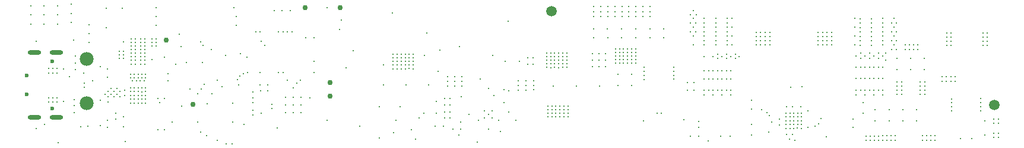
<source format=gbr>
%TF.GenerationSoftware,Altium Limited,Altium Designer,19.0.15 (446)*%
G04 Layer_Color=0*
%FSLAX45Y45*%
%MOMM*%
%TF.FileFunction,Plated,1,6,PTH,Drill*%
%TF.Part,CustomerPanel*%
G01*
G75*
%TA.AperFunction,OtherDrill,Pad Free-7 (69.176mm,66.986mm)*%
%ADD224C,0.76200*%
%TA.AperFunction,OtherDrill,Pad Free-7 (69.176mm,68.935mm)*%
%ADD225C,0.76200*%
%TA.AperFunction,ComponentDrill*%
%ADD226O,1.90000X0.60000*%
%TA.AperFunction,OtherDrill,Pad Free-8 (45.834mm,75.034mm)*%
%ADD227C,0.76200*%
%TA.AperFunction,OtherDrill,Pad Free-7 (49.618mm,65.811mm)*%
%ADD228C,0.76200*%
%TA.AperFunction,ComponentDrill*%
%ADD229C,0.20000*%
%TA.AperFunction,OtherDrill,Pad Free-5 (100.723mm,79.171mm)*%
%ADD230C,1.50000*%
%TA.AperFunction,OtherDrill,Pad Free-5 (163.944mm,65.684mm)*%
%ADD231C,1.50000*%
%TA.AperFunction,ComponentDrill*%
%ADD232C,0.76200*%
%ADD233C,0.20320*%
%TA.AperFunction,ViaDrill,NotFilled*%
%ADD234C,0.20320*%
%ADD235C,0.30480*%
%ADD236C,0.25400*%
%ADD237C,0.60000*%
%ADD238C,1.98000*%
D224*
X6917620Y6698554D02*
D03*
D225*
Y6893520D02*
D03*
D226*
X3018200Y7324098D02*
D03*
X2703200D02*
D03*
X3018200Y6394098D02*
D03*
X2703200D02*
D03*
D227*
X4583360Y7503449D02*
D03*
D228*
X4961820Y6581100D02*
D03*
D229*
X4288600Y6961060D02*
D03*
X4073600D02*
D03*
X4181100D02*
D03*
Y6819560D02*
D03*
Y6597560D02*
D03*
X4288600Y6708560D02*
D03*
X4073600D02*
D03*
X4181100D02*
D03*
D230*
X10072300Y7917140D02*
D03*
D231*
X16394360Y6568400D02*
D03*
D232*
X6559480Y7967940D02*
D03*
X7062384D02*
D03*
D233*
X13420621Y6457121D02*
D03*
X13640620D02*
D03*
X13420621Y6237121D02*
D03*
X13640620D02*
D03*
X13420621Y6347121D02*
D03*
X13530620Y6457121D02*
D03*
Y6237121D02*
D03*
X13638120Y6347121D02*
D03*
D234*
X7075100Y7795220D02*
D03*
X5815620Y6758900D02*
D03*
X6634080Y6673800D02*
D03*
X8481445Y7359832D02*
D03*
X8263381Y7282400D02*
D03*
X7821440Y6170964D02*
D03*
X8757840Y6139536D02*
D03*
X7621200Y6549621D02*
D03*
X9344580Y6192241D02*
D03*
X4552220Y6664920D02*
D03*
X5307260Y6924000D02*
D03*
X5373300Y6835100D02*
D03*
X5922100Y7623856D02*
D03*
X5728900Y7255820D02*
D03*
X6690640Y7035177D02*
D03*
X3283165Y7168946D02*
D03*
X7806120Y7896820D02*
D03*
X9465240Y6774660D02*
D03*
X9400620Y6789620D02*
D03*
X7918380Y6549400D02*
D03*
X10120740Y7316762D02*
D03*
X10178980Y7316437D02*
D03*
X10006440Y7316762D02*
D03*
X10064680Y7316437D02*
D03*
X6878480Y7968357D02*
D03*
X3743120Y7084660D02*
D03*
X5678440Y7023060D02*
D03*
X5629840Y6987500D02*
D03*
X3743120Y6967081D02*
D03*
X3113200Y6623098D02*
D03*
X3282880Y7273700D02*
D03*
Y7080660D02*
D03*
X9175680Y6225074D02*
D03*
X9015880Y6041908D02*
D03*
X9399200Y6603960D02*
D03*
X13173402Y6183958D02*
D03*
X6312100Y7625756D02*
D03*
X6247100D02*
D03*
X4235380Y6707120D02*
D03*
X4204900Y6917000D02*
D03*
X4235380Y6597900D02*
D03*
X4154685Y6916380D02*
D03*
X4235380Y6652510D02*
D03*
X4126160Y6598880D02*
D03*
X4288600Y6763170D02*
D03*
X4073600Y7010360D02*
D03*
X4126160Y6708100D02*
D03*
X4288600Y6599340D02*
D03*
X4488839Y6603519D02*
D03*
X4286180Y7010360D02*
D03*
X4073600Y6763170D02*
D03*
X4126745Y6961380D02*
D03*
X4181100Y6763170D02*
D03*
X4233035Y7010360D02*
D03*
X4073600Y6599340D02*
D03*
X4126160Y6762710D02*
D03*
X4458481Y6664920D02*
D03*
X4096460Y6916380D02*
D03*
X4179890Y7010360D02*
D03*
X4126160Y6653490D02*
D03*
X4181100Y6653950D02*
D03*
X4263762Y6917753D02*
D03*
X4288600Y6653950D02*
D03*
X4126160Y6817320D02*
D03*
X4288600Y6817780D02*
D03*
X4126745Y7010360D02*
D03*
X4073600Y6653950D02*
D03*
X4235380Y6816340D02*
D03*
X4233035Y6961380D02*
D03*
X4073600Y6817780D02*
D03*
X4235380Y6761730D02*
D03*
X6493200Y6924240D02*
D03*
X3400760Y7026080D02*
D03*
X3224460Y7760140D02*
D03*
Y8019220D02*
D03*
Y7888120D02*
D03*
X3478460Y7727221D02*
D03*
Y7596120D02*
D03*
Y7468141D02*
D03*
X5637460Y7310080D02*
D03*
X13328120Y6367121D02*
D03*
X13185136Y6418540D02*
D03*
X13219360Y6327100D02*
D03*
X13831798Y6263287D02*
D03*
X13733121Y6247121D02*
D03*
X13889920Y6299160D02*
D03*
X13919620Y6377280D02*
D03*
X13431261Y6144621D02*
D03*
X13510620D02*
D03*
X12315120Y6057860D02*
D03*
X13550620Y6064058D02*
D03*
X13470621Y6079620D02*
D03*
X13995621Y6114620D02*
D03*
X13328120Y6286521D02*
D03*
X13145700Y6461720D02*
D03*
X11639480Y6454100D02*
D03*
X11586793Y6454580D02*
D03*
X12175620Y6332120D02*
D03*
X5434260Y6017220D02*
D03*
X5518080Y6014620D02*
D03*
X5312340Y6060400D02*
D03*
X4602768Y6916380D02*
D03*
X4603970Y7020520D02*
D03*
X3745160Y6347681D02*
D03*
X3862000Y6369460D02*
D03*
X5032940Y6324560D02*
D03*
X4553700Y6212120D02*
D03*
X4465700D02*
D03*
X5533320Y6598880D02*
D03*
X5617140Y6857880D02*
D03*
X5741600Y7037503D02*
D03*
X5599360Y6934160D02*
D03*
X5922100Y7035756D02*
D03*
X7057320Y7658060D02*
D03*
X6688480Y7538120D02*
D03*
X6569640Y7537860D02*
D03*
X8075860Y6212800D02*
D03*
X6871900Y6352060D02*
D03*
X5154859Y6128979D02*
D03*
X5690800Y6290500D02*
D03*
X10082280Y6556606D02*
D03*
X10024040Y6556930D02*
D03*
X8783600Y6222960D02*
D03*
X4801800Y6553160D02*
D03*
X10178980Y7264652D02*
D03*
X10235040Y7161730D02*
D03*
Y7213516D02*
D03*
X10178980Y7212866D02*
D03*
X10120740Y7213191D02*
D03*
Y7161406D02*
D03*
X10064680Y7109295D02*
D03*
Y7212866D02*
D03*
X11162468Y7325008D02*
D03*
Y7376794D02*
D03*
Y7273223D02*
D03*
X11218528Y7273872D02*
D03*
Y7222086D02*
D03*
X11048168Y7273223D02*
D03*
Y7169652D02*
D03*
X11104228Y7221762D02*
D03*
Y7273547D02*
D03*
X10120740Y7264977D02*
D03*
X10064680Y7264652D02*
D03*
X10235040Y7265301D02*
D03*
X10064680Y7161081D02*
D03*
X10235040Y7109945D02*
D03*
X10120740Y7109620D02*
D03*
X10235040Y7317087D02*
D03*
X10178980Y7161081D02*
D03*
Y7109295D02*
D03*
X11218528Y7170301D02*
D03*
Y7377443D02*
D03*
X11162468Y7221437D02*
D03*
Y7169652D02*
D03*
X11104228Y7169976D02*
D03*
X11048168Y7221437D02*
D03*
X11104228Y7377118D02*
D03*
X11048168Y7376794D02*
D03*
X11218528Y7325657D02*
D03*
X11104228Y7325333D02*
D03*
X11048168Y7325008D02*
D03*
X10138340Y6556930D02*
D03*
X10310880D02*
D03*
X12490072Y6127120D02*
D03*
X12933121Y6294080D02*
D03*
X12625072Y6127120D02*
D03*
X12056313Y6126440D02*
D03*
X15906860Y6092121D02*
D03*
X16066859Y6092120D02*
D03*
X5815260Y6424779D02*
D03*
Y6675080D02*
D03*
X5815620Y6603820D02*
D03*
Y6493820D02*
D03*
X6092120Y6517600D02*
D03*
Y6581100D02*
D03*
X3412420Y6886082D02*
D03*
X3270588Y6460001D02*
D03*
X9230476Y6382980D02*
D03*
X5235664Y6733800D02*
D03*
X5027860D02*
D03*
X10293280Y7264977D02*
D03*
Y7109620D02*
D03*
Y7316762D02*
D03*
Y7213191D02*
D03*
Y7161406D02*
D03*
X10006440Y7109620D02*
D03*
Y7213191D02*
D03*
Y7264977D02*
D03*
Y7161406D02*
D03*
X8416220Y6271220D02*
D03*
X8668600Y6222960D02*
D03*
X8533060Y6271220D02*
D03*
X10196580Y6401249D02*
D03*
X10082280D02*
D03*
Y6453035D02*
D03*
X10024040Y6401574D02*
D03*
X10310880D02*
D03*
X10138340D02*
D03*
X9319620Y6354621D02*
D03*
X10252640Y6401898D02*
D03*
X9031620Y6354621D02*
D03*
X9570869Y6352060D02*
D03*
X8896120Y6436020D02*
D03*
X3040310Y6029758D02*
D03*
X4720520Y7154258D02*
D03*
X3723781Y7679477D02*
D03*
X10196580Y6504820D02*
D03*
X10252640Y6505469D02*
D03*
Y6557255D02*
D03*
Y6453684D02*
D03*
X10310880Y6505145D02*
D03*
Y6453359D02*
D03*
X10138340Y6505145D02*
D03*
X10196580Y6556606D02*
D03*
X10138340Y6453359D02*
D03*
X10196580Y6453035D02*
D03*
X10024040Y6505145D02*
D03*
Y6453359D02*
D03*
X10082280Y6504820D02*
D03*
X3968680Y6256881D02*
D03*
X5071040Y6184860D02*
D03*
X9175621Y6804777D02*
D03*
X14378101Y6246080D02*
D03*
X10989928Y7221762D02*
D03*
Y7377118D02*
D03*
Y7325333D02*
D03*
Y7273547D02*
D03*
Y7169976D02*
D03*
X11276768Y7221762D02*
D03*
Y7273547D02*
D03*
Y7377118D02*
D03*
Y7169976D02*
D03*
Y7325333D02*
D03*
X5124380Y6870660D02*
D03*
X5987980Y7424380D02*
D03*
X5530780Y6329640D02*
D03*
X4668800Y6324560D02*
D03*
X7341800Y6268301D02*
D03*
X7857120Y6349960D02*
D03*
X7142886Y7109094D02*
D03*
X7247026Y7348861D02*
D03*
X5073580Y7480841D02*
D03*
X5106600Y7426920D02*
D03*
X5225980Y7371040D02*
D03*
X3033660Y7863800D02*
D03*
X2840920Y7994900D02*
D03*
Y7735820D02*
D03*
X2647580D02*
D03*
Y7994900D02*
D03*
Y7863800D02*
D03*
X3270180Y6561060D02*
D03*
X4436040Y7522871D02*
D03*
Y7471086D02*
D03*
X4377800Y7471411D02*
D03*
Y7419625D02*
D03*
X4436040Y7419300D02*
D03*
X4377800Y7523196D02*
D03*
X3270180Y6649060D02*
D03*
X3033660Y7735820D02*
D03*
Y7994900D02*
D03*
X2840920Y7863800D02*
D03*
X8780360Y6322800D02*
D03*
X9175620Y6434621D02*
D03*
X9122340Y6382980D02*
D03*
X9230476Y6489660D02*
D03*
X9121517D02*
D03*
X6347599Y7929352D02*
D03*
X6233299D02*
D03*
X6118999D02*
D03*
X5578120Y7839620D02*
D03*
X5547120Y7967120D02*
D03*
X4763120Y7586620D02*
D03*
X4440620Y7714620D02*
D03*
Y7839620D02*
D03*
Y7967620D02*
D03*
X3465760Y6268680D02*
D03*
X2846000Y6289061D02*
D03*
X7989500Y7195719D02*
D03*
X8045560Y7092797D02*
D03*
Y7196368D02*
D03*
Y7248154D02*
D03*
X8103800Y7247829D02*
D03*
Y7092472D02*
D03*
Y7299615D02*
D03*
X8045560Y7299939D02*
D03*
Y7144583D02*
D03*
X8103800Y7196044D02*
D03*
Y7144258D02*
D03*
X7931260Y7092472D02*
D03*
Y7196044D02*
D03*
Y7247829D02*
D03*
X7989500Y7247504D02*
D03*
Y7092148D02*
D03*
Y7299290D02*
D03*
X7931260Y7299615D02*
D03*
Y7144258D02*
D03*
X7989500Y7143933D02*
D03*
X7816960Y7092472D02*
D03*
Y7196044D02*
D03*
Y7247829D02*
D03*
X7875200Y7247504D02*
D03*
Y7092148D02*
D03*
Y7299290D02*
D03*
X7816960Y7299615D02*
D03*
Y7144258D02*
D03*
X7875200Y7195719D02*
D03*
Y7143933D02*
D03*
X3910440Y7340885D02*
D03*
X3968680Y7236989D02*
D03*
X3910440Y7237314D02*
D03*
Y7289099D02*
D03*
X3968680Y7288775D02*
D03*
Y7340560D02*
D03*
X3640320Y7124660D02*
D03*
X5934640Y7483306D02*
D03*
X4278380Y7366438D02*
D03*
Y7418223D02*
D03*
X4220140Y7366763D02*
D03*
X4138860D02*
D03*
Y7418548D02*
D03*
X4080620Y7367087D02*
D03*
X4220140Y7522119D02*
D03*
X4278380Y7521794D02*
D03*
Y7470009D02*
D03*
X4220140Y7470334D02*
D03*
X4080620Y7522444D02*
D03*
X4138860Y7522119D02*
D03*
X6377100Y7625756D02*
D03*
X4220140Y7159620D02*
D03*
Y7211406D02*
D03*
Y7263191D02*
D03*
Y7314977D02*
D03*
Y7418548D02*
D03*
X4278380Y7314652D02*
D03*
Y7262867D02*
D03*
Y7211081D02*
D03*
Y7159296D02*
D03*
X4138860Y7159620D02*
D03*
Y7211406D02*
D03*
Y7263191D02*
D03*
Y7314977D02*
D03*
Y7470334D02*
D03*
X4080620Y7470658D02*
D03*
Y7418873D02*
D03*
Y7315302D02*
D03*
Y7263516D02*
D03*
Y7211731D02*
D03*
Y7159945D02*
D03*
X5923341Y6774313D02*
D03*
X3640320Y6273421D02*
D03*
X9250620Y6709620D02*
D03*
X9465940Y6468680D02*
D03*
X8792900Y6687445D02*
D03*
X6160900Y6241147D02*
D03*
X5937504Y6450959D02*
D03*
X12933121Y6137425D02*
D03*
X12171729Y6127120D02*
D03*
X14378119Y6368441D02*
D03*
X12173120Y6247120D02*
D03*
X6025504Y6774660D02*
D03*
X6394080Y6813800D02*
D03*
X6444080Y6888760D02*
D03*
X6247100Y7035756D02*
D03*
X6183260Y7035177D02*
D03*
X6310260Y6929400D02*
D03*
X6688464Y7198723D02*
D03*
X13530620Y6347121D02*
D03*
X6182100Y7625756D02*
D03*
X5857100Y7623856D02*
D03*
X6284080Y6683800D02*
D03*
X6394080D02*
D03*
X6504080D02*
D03*
X6284080Y6573800D02*
D03*
X6394080D02*
D03*
X6504080D02*
D03*
X6284080Y6463800D02*
D03*
X6394080D02*
D03*
X6504080D02*
D03*
D235*
X8134340Y6078180D02*
D03*
X11966120Y6362660D02*
D03*
X9461143Y7775300D02*
D03*
X8300200Y7601479D02*
D03*
X9058120Y6944880D02*
D03*
X8760620Y7411680D02*
D03*
X8456860Y7051000D02*
D03*
X10676820Y7665680D02*
D03*
X10874940D02*
D03*
X11075600D02*
D03*
X11278800D02*
D03*
X11479460D02*
D03*
X11677580D02*
D03*
X11382413Y7839620D02*
D03*
X11483378D02*
D03*
X11180483D02*
D03*
X11281448D02*
D03*
X10978553D02*
D03*
X11079518D02*
D03*
X10776623D02*
D03*
X10877588D02*
D03*
X10675658D02*
D03*
X16228740Y7426301D02*
D03*
Y7486300D02*
D03*
X16293739Y7546300D02*
D03*
Y7486300D02*
D03*
X16228740Y7546300D02*
D03*
X16293739Y7426301D02*
D03*
X16228740Y7606300D02*
D03*
X16293739D02*
D03*
X15776100Y7604720D02*
D03*
X15711099D02*
D03*
X15776100Y7424721D02*
D03*
X15711099Y7544720D02*
D03*
X15710139Y6912308D02*
D03*
X15770140D02*
D03*
X15710139Y6977308D02*
D03*
X15650140D02*
D03*
X15776100Y7484721D02*
D03*
Y7544720D02*
D03*
X15711099Y7484721D02*
D03*
Y7424721D02*
D03*
X15650140Y6912308D02*
D03*
X15770140Y6977308D02*
D03*
X15830141Y6912308D02*
D03*
Y6977308D02*
D03*
X15178120Y7367120D02*
D03*
Y7432121D02*
D03*
X15118120D02*
D03*
X15238120Y7367120D02*
D03*
X15118120D02*
D03*
X15298120D02*
D03*
X15238120Y7432121D02*
D03*
X15298120D02*
D03*
X3258980Y7503449D02*
D03*
X2728020Y7483425D02*
D03*
X3113200Y7084938D02*
D03*
X3745320Y6248360D02*
D03*
X3862000Y6457460D02*
D03*
X3361620Y6254341D02*
D03*
X5079776Y6802080D02*
D03*
X4921180D02*
D03*
X8191363Y6385130D02*
D03*
X7621440Y6095964D02*
D03*
X14840327Y7216746D02*
D03*
X5429180Y7284680D02*
D03*
X4789100Y7413300D02*
D03*
X14890771Y6343200D02*
D03*
X14693272D02*
D03*
X14890771Y6503200D02*
D03*
X14693272D02*
D03*
X10753260Y7305019D02*
D03*
X10656500Y7213022D02*
D03*
X10849540D02*
D03*
X10753260D02*
D03*
X10656662Y7122120D02*
D03*
X10656799Y7304232D02*
D03*
X10753172Y7122120D02*
D03*
X10849540Y7304232D02*
D03*
Y7122120D02*
D03*
X11025726Y7013180D02*
D03*
Y6853180D02*
D03*
X10765420Y6841400D02*
D03*
X10105320Y6843722D02*
D03*
X10433509Y6843718D02*
D03*
X11385480Y6345561D02*
D03*
X15283272Y6504416D02*
D03*
Y6344416D02*
D03*
X15088272Y6504416D02*
D03*
Y6344416D02*
D03*
X14516785Y6605241D02*
D03*
X14516801Y6449233D02*
D03*
X14839346Y7314652D02*
D03*
X12747620Y7269120D02*
D03*
X12098620Y7924620D02*
D03*
X12104540Y6891642D02*
D03*
X12016540D02*
D03*
X12105120Y6782742D02*
D03*
X12017120D02*
D03*
X14476480Y7746960D02*
D03*
Y7492960D02*
D03*
X14476660Y7619960D02*
D03*
X14476480Y7810840D02*
D03*
Y7683840D02*
D03*
Y7556840D02*
D03*
Y7429840D02*
D03*
X14404120Y7812484D02*
D03*
Y7685484D02*
D03*
Y7558484D02*
D03*
Y7431484D02*
D03*
X12584540Y7496856D02*
D03*
Y7750856D02*
D03*
X12584360Y7623856D02*
D03*
X12584540Y7432976D02*
D03*
Y7559976D02*
D03*
Y7686976D02*
D03*
Y7813976D02*
D03*
X12318120Y6784880D02*
D03*
X12572120D02*
D03*
X12445120Y6785060D02*
D03*
X12254240Y6784880D02*
D03*
X12381240D02*
D03*
X12508240D02*
D03*
X12635240D02*
D03*
X14486819Y6784120D02*
D03*
X14740820D02*
D03*
X14613820Y6784300D02*
D03*
X14422940Y6784120D02*
D03*
X14549940D02*
D03*
X14676939D02*
D03*
X14803940D02*
D03*
X14804120Y6715484D02*
D03*
X14677119D02*
D03*
X14550121D02*
D03*
X14423120D02*
D03*
X12635620Y6714620D02*
D03*
X12508620D02*
D03*
X12381620D02*
D03*
X12254620D02*
D03*
X12318119Y7060980D02*
D03*
X12572119D02*
D03*
X12445119Y7061160D02*
D03*
X12254239Y7060980D02*
D03*
X12381239D02*
D03*
X12508239D02*
D03*
X12635239D02*
D03*
X14486121Y7116860D02*
D03*
X14740120D02*
D03*
X14613120Y7117040D02*
D03*
X14422240Y7116860D02*
D03*
X14549240D02*
D03*
X14676241D02*
D03*
X14803239D02*
D03*
X14486620Y6948804D02*
D03*
X14740620D02*
D03*
X14613620Y6948984D02*
D03*
X14422740Y6948804D02*
D03*
X14549741D02*
D03*
X14676740D02*
D03*
X14803740D02*
D03*
X12572120Y6948301D02*
D03*
X12318120D02*
D03*
X12445120Y6948120D02*
D03*
X12636000Y6948301D02*
D03*
X12509000D02*
D03*
X12382000D02*
D03*
X12255000D02*
D03*
X14804500Y7495984D02*
D03*
Y7749984D02*
D03*
X14804320Y7622984D02*
D03*
X14804500Y7432104D02*
D03*
Y7559104D02*
D03*
Y7686104D02*
D03*
Y7813104D02*
D03*
X14637801Y7494984D02*
D03*
Y7748984D02*
D03*
X14637621Y7621984D02*
D03*
X14637801Y7431104D02*
D03*
Y7558104D02*
D03*
Y7685104D02*
D03*
Y7812104D02*
D03*
X12419800Y7495120D02*
D03*
Y7749120D02*
D03*
X12419620Y7622120D02*
D03*
X12419800Y7431240D02*
D03*
Y7558240D02*
D03*
Y7685240D02*
D03*
Y7812240D02*
D03*
X12249260Y7495500D02*
D03*
Y7749500D02*
D03*
X12249080Y7622500D02*
D03*
X12249260Y7431620D02*
D03*
Y7558620D02*
D03*
Y7685620D02*
D03*
Y7812620D02*
D03*
X12653120D02*
D03*
Y7685620D02*
D03*
Y7558620D02*
D03*
Y7431620D02*
D03*
X14740480Y6127120D02*
D03*
X14802119Y6127425D02*
D03*
X14862120D02*
D03*
X14922121D02*
D03*
X14982120D02*
D03*
X15366000Y6128409D02*
D03*
X15425999D02*
D03*
X15486000D02*
D03*
X15546001D02*
D03*
X14740480Y6062120D02*
D03*
X14680479Y6127120D02*
D03*
X14802119Y6062425D02*
D03*
X14862120D02*
D03*
X14922121D02*
D03*
X14982120D02*
D03*
X15366000Y6063409D02*
D03*
X15425999D02*
D03*
X15486000D02*
D03*
X15546001D02*
D03*
X15779680Y6544647D02*
D03*
Y6487120D02*
D03*
Y6602174D02*
D03*
Y6659700D02*
D03*
X3025771Y6614120D02*
D03*
Y6670401D02*
D03*
X7680620Y7150038D02*
D03*
X16196240Y6547147D02*
D03*
Y6489621D02*
D03*
Y6604674D02*
D03*
Y6662201D02*
D03*
X11822360Y6999307D02*
D03*
Y6941780D02*
D03*
Y7056834D02*
D03*
Y7114360D02*
D03*
X11400720Y7111960D02*
D03*
X16259271Y6138256D02*
D03*
Y6340756D02*
D03*
X15390620Y7077120D02*
D03*
X15198120Y7077984D02*
D03*
X15005620Y7077120D02*
D03*
X16387621Y6109620D02*
D03*
Y6169620D02*
D03*
X16452620Y6109620D02*
D03*
Y6169620D02*
D03*
X16386740Y6311901D02*
D03*
Y6371900D02*
D03*
X16451740Y6311901D02*
D03*
Y6371900D02*
D03*
X14958121Y7686484D02*
D03*
Y7559484D02*
D03*
Y7432484D02*
D03*
X15390620Y7237120D02*
D03*
X15198120Y7237984D02*
D03*
X15005620Y7237120D02*
D03*
X14804120Y7270484D02*
D03*
X14677119D02*
D03*
X14550121D02*
D03*
X10678650Y7540867D02*
D03*
X11678134Y7536841D02*
D03*
X11483378Y7913280D02*
D03*
X11382413D02*
D03*
X11281448D02*
D03*
X11180483D02*
D03*
X11079518D02*
D03*
X10978553D02*
D03*
X10877588D02*
D03*
X10776623D02*
D03*
X10675658D02*
D03*
X11483378Y7987056D02*
D03*
X11382413D02*
D03*
X11281448D02*
D03*
X11180483D02*
D03*
X11079518D02*
D03*
X10978553D02*
D03*
X10877588D02*
D03*
X10776623D02*
D03*
X10675658D02*
D03*
X11479905Y7537984D02*
D03*
X11278834D02*
D03*
X11077763D02*
D03*
X11217840Y7012120D02*
D03*
X10876692Y7537984D02*
D03*
X11400720Y7054434D02*
D03*
Y6939380D02*
D03*
Y6996907D02*
D03*
X5167560Y6591260D02*
D03*
X4870380Y7182746D02*
D03*
X5095698Y7183080D02*
D03*
X4374620Y7220120D02*
D03*
X8430822Y6452440D02*
D03*
Y6619620D02*
D03*
X8325620Y6858038D02*
D03*
X8003120D02*
D03*
X7680620D02*
D03*
X9818300Y6789620D02*
D03*
Y6853036D02*
D03*
Y6918920D02*
D03*
X9602400Y6786840D02*
D03*
X9601130Y6918920D02*
D03*
X9602400Y6853036D02*
D03*
X9710620Y6786840D02*
D03*
X9710621Y6918920D02*
D03*
X9710620Y6853036D02*
D03*
X8590822Y6978120D02*
D03*
X8801400Y6977660D02*
D03*
Y6845060D02*
D03*
X8590822Y6845580D02*
D03*
X8695400D02*
D03*
Y6977660D02*
D03*
X8801400Y6913036D02*
D03*
X8590822D02*
D03*
X8695401Y6912120D02*
D03*
X11217840Y6852120D02*
D03*
X12134780Y7620530D02*
D03*
X12053500D02*
D03*
X12134780Y7749500D02*
D03*
X12139860Y7870435D02*
D03*
X12698120Y7243116D02*
D03*
Y7299290D02*
D03*
X12570620Y7241500D02*
D03*
Y7299290D02*
D03*
X13945140Y7617080D02*
D03*
Y7497080D02*
D03*
Y7437080D02*
D03*
Y7557080D02*
D03*
X13880141D02*
D03*
Y7497080D02*
D03*
Y7617080D02*
D03*
Y7437080D02*
D03*
X13187840Y7617080D02*
D03*
Y7497080D02*
D03*
Y7437080D02*
D03*
Y7557080D02*
D03*
X13122839D02*
D03*
Y7497080D02*
D03*
Y7617080D02*
D03*
Y7437080D02*
D03*
X9235620Y7284620D02*
D03*
X3955831Y7958080D02*
D03*
X3723781Y7959477D02*
D03*
X2905818Y6614120D02*
D03*
Y6671563D02*
D03*
X2966365D02*
D03*
Y6614120D02*
D03*
X6025504Y6862660D02*
D03*
X5918776D02*
D03*
X5578120Y7714120D02*
D03*
X4556120Y7256740D02*
D03*
X3997120Y6047120D02*
D03*
X2728020Y6230980D02*
D03*
X8629580Y6388060D02*
D03*
X8553380D02*
D03*
X8629580Y6474420D02*
D03*
X8553380D02*
D03*
X8629580Y6576020D02*
D03*
X8553380D02*
D03*
X8629580Y6662380D02*
D03*
X8553380D02*
D03*
X9739560Y7245656D02*
D03*
X9815760D02*
D03*
X9739560Y7159296D02*
D03*
X9815760D02*
D03*
X8256200Y6451560D02*
D03*
X9411787Y7196983D02*
D03*
X3025771Y7094180D02*
D03*
X2966365D02*
D03*
Y7027161D02*
D03*
X2906960D02*
D03*
Y7094180D02*
D03*
X3025771Y7027161D02*
D03*
X15401221Y6901140D02*
D03*
X15336220D02*
D03*
X15071021D02*
D03*
X15006020D02*
D03*
Y6721141D02*
D03*
X15071021D02*
D03*
X15336220D02*
D03*
X15401221D02*
D03*
X14998039Y7494620D02*
D03*
Y7371920D02*
D03*
X14925620Y7494620D02*
D03*
Y7371920D02*
D03*
X14998039Y7622120D02*
D03*
X14925620D02*
D03*
X14998039Y7747120D02*
D03*
X14925620Y7749620D02*
D03*
X14740581Y7242220D02*
D03*
Y7316344D02*
D03*
X14613120Y7242220D02*
D03*
Y7314620D02*
D03*
X14486819Y7242220D02*
D03*
X14488080Y7314620D02*
D03*
X12508620Y7269620D02*
D03*
X12381620D02*
D03*
X12445120Y7299939D02*
D03*
X12635620Y7269620D02*
D03*
X12445120Y7242220D02*
D03*
X12098120Y7685620D02*
D03*
Y7812620D02*
D03*
X14005260Y7437080D02*
D03*
Y7617080D02*
D03*
Y7497080D02*
D03*
Y7557080D02*
D03*
X14070261D02*
D03*
Y7437080D02*
D03*
Y7497080D02*
D03*
Y7617080D02*
D03*
X12993300Y7437080D02*
D03*
Y7617080D02*
D03*
Y7497080D02*
D03*
Y7557080D02*
D03*
X13058299D02*
D03*
Y7437080D02*
D03*
Y7497080D02*
D03*
Y7617080D02*
D03*
X14560480Y6062120D02*
D03*
X14680479D02*
D03*
X14620480D02*
D03*
Y6127120D02*
D03*
X14560480D02*
D03*
X15336220Y6781141D02*
D03*
Y6841140D02*
D03*
X15401221D02*
D03*
Y6781141D02*
D03*
X15006020D02*
D03*
Y6841140D02*
D03*
X15071021D02*
D03*
Y6781141D02*
D03*
X12098120Y7558620D02*
D03*
X12056040Y7870435D02*
D03*
X12053500Y7749500D02*
D03*
X9615620Y7202120D02*
D03*
D236*
X14959120Y7812484D02*
D03*
X3203715Y6982420D02*
D03*
X3412420Y6822400D02*
D03*
X3991100Y6705060D02*
D03*
Y6785060D02*
D03*
X13510620Y6549621D02*
D03*
X13430620D02*
D03*
X12933121Y6510780D02*
D03*
X13585120Y6238200D02*
D03*
X14423120Y7270484D02*
D03*
X3754968Y6615293D02*
D03*
Y6687780D02*
D03*
X3972300Y7477921D02*
D03*
X3796277Y6807160D02*
D03*
X3877368Y6720800D02*
D03*
X3795124D02*
D03*
X3878510Y6807160D02*
D03*
X3754968Y6769060D02*
D03*
X13072040Y6504900D02*
D03*
X13585699Y6402201D02*
D03*
X13631261Y6549621D02*
D03*
X13585699Y6457121D02*
D03*
X13530620Y6402201D02*
D03*
X13644666Y6835797D02*
D03*
X13488260Y6828554D02*
D03*
X13475900Y6237121D02*
D03*
X13420020Y6291960D02*
D03*
X13475659Y6291000D02*
D03*
X13530620Y6292041D02*
D03*
X13475540Y6347121D02*
D03*
X12933121Y6640780D02*
D03*
X12098120Y7431620D02*
D03*
X12254620Y7269620D02*
D03*
X13475540Y6403300D02*
D03*
X13475620Y6456697D02*
D03*
X13420358Y6403300D02*
D03*
X13641000Y6291540D02*
D03*
X13586842D02*
D03*
X13641000Y6403300D02*
D03*
X13585699Y6347121D02*
D03*
X3970680Y6405181D02*
D03*
X3837212Y6769060D02*
D03*
X3919456D02*
D03*
X3837212Y6687780D02*
D03*
X3919456D02*
D03*
X13733121Y6487121D02*
D03*
X3531800Y6916380D02*
D03*
X3643120Y6643445D02*
D03*
X3712880Y6720800D02*
D03*
D237*
X2588200Y6724098D02*
D03*
Y6994098D02*
D03*
X2953200Y7199098D02*
D03*
Y6519098D02*
D03*
D238*
X3448120Y6594620D02*
D03*
Y7229620D02*
D03*
%TF.MD5,b15e76037d7b05f7971d6d7c386af674*%
M02*

</source>
